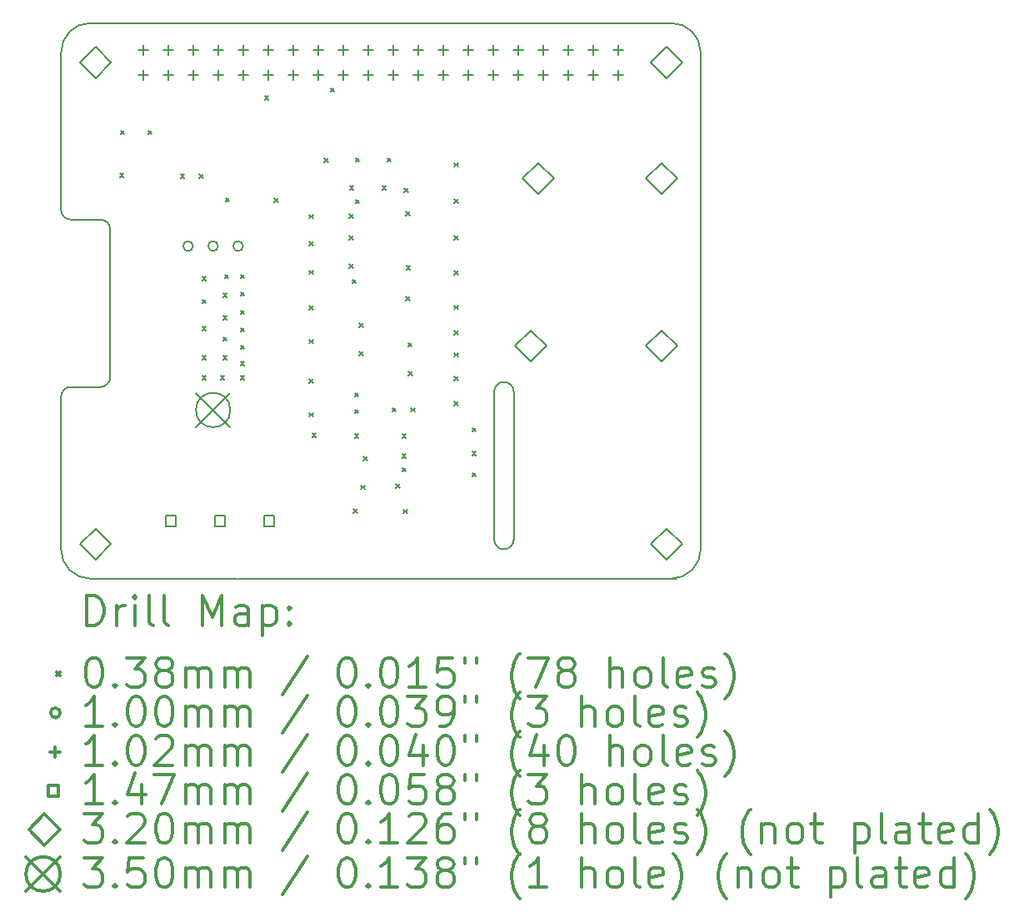
<source format=gbr>
%FSLAX45Y45*%
G04 Gerber Fmt 4.5, Leading zero omitted, Abs format (unit mm)*
G04 Created by KiCad (PCBNEW 4.0.7-e2-6376~61~ubuntu18.04.1) date Tue Nov  6 15:25:43 2018*
%MOMM*%
%LPD*%
G01*
G04 APERTURE LIST*
%ADD10C,0.127000*%
%ADD11C,0.150000*%
%ADD12C,0.200000*%
%ADD13C,0.300000*%
G04 APERTURE END LIST*
D10*
D11*
X3450000Y-7750000D02*
X4690000Y-7750000D01*
X3400000Y-7750000D02*
X3450000Y-7750000D01*
X4700800Y-7750000D02*
X9150800Y-7750000D01*
X3200000Y-7750000D02*
X3400000Y-7750000D01*
X7500000Y-5850000D02*
G75*
G03X7400000Y-5750000I-100000J0D01*
G01*
X7400000Y-5750000D02*
G75*
G03X7300000Y-5850000I0J-100000D01*
G01*
X7500000Y-7350000D02*
X7500000Y-5850000D01*
X7400000Y-7450000D02*
G75*
G03X7500000Y-7350000I0J100000D01*
G01*
X7300000Y-7350000D02*
G75*
G03X7400000Y-7450000I100000J0D01*
G01*
X7300000Y-7350000D02*
X7300000Y-5850000D01*
X2900000Y-4000000D02*
X2900000Y-2400000D01*
X2900000Y-4000000D02*
G75*
G03X3000000Y-4100000I100000J0D01*
G01*
X3300000Y-4100000D02*
X3000000Y-4100000D01*
X3400000Y-4200000D02*
G75*
G03X3300000Y-4100000I-100000J0D01*
G01*
X3400000Y-5700000D02*
X3400000Y-4200000D01*
X3300000Y-5800000D02*
G75*
G03X3400000Y-5700000I0J100000D01*
G01*
X3000000Y-5800000D02*
X3300000Y-5800000D01*
X3000000Y-5800000D02*
G75*
G03X2900000Y-5900000I0J-100000D01*
G01*
X2900000Y-7450000D02*
X2900000Y-5900000D01*
X2900000Y-7450000D02*
G75*
G03X3200000Y-7750000I300000J0D01*
G01*
X9100000Y-7750000D02*
G75*
G03X9400000Y-7450000I0J300000D01*
G01*
X9400000Y-2400000D02*
X9400000Y-7450000D01*
X9400000Y-2400000D02*
G75*
G03X9100000Y-2100000I-300000J0D01*
G01*
X9000000Y-2100000D02*
X9100000Y-2100000D01*
X3200000Y-2100000D02*
G75*
G03X2900000Y-2400000I0J-300000D01*
G01*
X3200000Y-2100000D02*
X9000000Y-2100000D01*
D12*
X3498850Y-3632200D02*
X3536950Y-3670300D01*
X3536950Y-3632200D02*
X3498850Y-3670300D01*
X3505200Y-3194050D02*
X3543300Y-3232150D01*
X3543300Y-3194050D02*
X3505200Y-3232150D01*
X3784600Y-3194050D02*
X3822700Y-3232150D01*
X3822700Y-3194050D02*
X3784600Y-3232150D01*
X4114800Y-3638550D02*
X4152900Y-3676650D01*
X4152900Y-3638550D02*
X4114800Y-3676650D01*
X4305300Y-3638550D02*
X4343400Y-3676650D01*
X4343400Y-3638550D02*
X4305300Y-3676650D01*
X4337050Y-4679950D02*
X4375150Y-4718050D01*
X4375150Y-4679950D02*
X4337050Y-4718050D01*
X4337050Y-4914900D02*
X4375150Y-4953000D01*
X4375150Y-4914900D02*
X4337050Y-4953000D01*
X4337050Y-5187950D02*
X4375150Y-5226050D01*
X4375150Y-5187950D02*
X4337050Y-5226050D01*
X4337050Y-5486400D02*
X4375150Y-5524500D01*
X4375150Y-5486400D02*
X4337050Y-5524500D01*
X4337050Y-5689600D02*
X4375150Y-5727700D01*
X4375150Y-5689600D02*
X4337050Y-5727700D01*
X4521200Y-5689600D02*
X4559300Y-5727700D01*
X4559300Y-5689600D02*
X4521200Y-5727700D01*
X4546600Y-4851400D02*
X4584700Y-4889500D01*
X4584700Y-4851400D02*
X4546600Y-4889500D01*
X4546600Y-5080000D02*
X4584700Y-5118100D01*
X4584700Y-5080000D02*
X4546600Y-5118100D01*
X4546600Y-5295900D02*
X4584700Y-5334000D01*
X4584700Y-5295900D02*
X4546600Y-5334000D01*
X4546600Y-5486400D02*
X4584700Y-5524500D01*
X4584700Y-5486400D02*
X4546600Y-5524500D01*
X4565650Y-4660900D02*
X4603750Y-4699000D01*
X4603750Y-4660900D02*
X4565650Y-4699000D01*
X4572000Y-3879850D02*
X4610100Y-3917950D01*
X4610100Y-3879850D02*
X4572000Y-3917950D01*
X4724400Y-4660900D02*
X4762500Y-4699000D01*
X4762500Y-4660900D02*
X4724400Y-4699000D01*
X4724400Y-4838700D02*
X4762500Y-4876800D01*
X4762500Y-4838700D02*
X4724400Y-4876800D01*
X4724400Y-5022850D02*
X4762500Y-5060950D01*
X4762500Y-5022850D02*
X4724400Y-5060950D01*
X4724400Y-5200650D02*
X4762500Y-5238750D01*
X4762500Y-5200650D02*
X4724400Y-5238750D01*
X4724400Y-5378450D02*
X4762500Y-5416550D01*
X4762500Y-5378450D02*
X4724400Y-5416550D01*
X4724400Y-5543550D02*
X4762500Y-5581650D01*
X4762500Y-5543550D02*
X4724400Y-5581650D01*
X4724400Y-5689600D02*
X4762500Y-5727700D01*
X4762500Y-5689600D02*
X4724400Y-5727700D01*
X4968250Y-2842250D02*
X5006350Y-2880350D01*
X5006350Y-2842250D02*
X4968250Y-2880350D01*
X5067300Y-3886200D02*
X5105400Y-3924300D01*
X5105400Y-3886200D02*
X5067300Y-3924300D01*
X5422900Y-4051300D02*
X5461000Y-4089400D01*
X5461000Y-4051300D02*
X5422900Y-4089400D01*
X5422900Y-4324350D02*
X5461000Y-4362450D01*
X5461000Y-4324350D02*
X5422900Y-4362450D01*
X5422900Y-4616450D02*
X5461000Y-4654550D01*
X5461000Y-4616450D02*
X5422900Y-4654550D01*
X5422900Y-4978400D02*
X5461000Y-5016500D01*
X5461000Y-4978400D02*
X5422900Y-5016500D01*
X5422900Y-5321300D02*
X5461000Y-5359400D01*
X5461000Y-5321300D02*
X5422900Y-5359400D01*
X5422900Y-5721350D02*
X5461000Y-5759450D01*
X5461000Y-5721350D02*
X5422900Y-5759450D01*
X5422900Y-6064250D02*
X5461000Y-6102350D01*
X5461000Y-6064250D02*
X5422900Y-6102350D01*
X5454650Y-6273800D02*
X5492750Y-6311900D01*
X5492750Y-6273800D02*
X5454650Y-6311900D01*
X5575300Y-3479800D02*
X5613400Y-3517900D01*
X5613400Y-3479800D02*
X5575300Y-3517900D01*
X5638800Y-2762250D02*
X5676900Y-2800350D01*
X5676900Y-2762250D02*
X5638800Y-2800350D01*
X5829300Y-4044950D02*
X5867400Y-4083050D01*
X5867400Y-4044950D02*
X5829300Y-4083050D01*
X5829300Y-4267200D02*
X5867400Y-4305300D01*
X5867400Y-4267200D02*
X5829300Y-4305300D01*
X5829300Y-4552950D02*
X5867400Y-4591050D01*
X5867400Y-4552950D02*
X5829300Y-4591050D01*
X5835650Y-3759200D02*
X5873750Y-3797300D01*
X5873750Y-3759200D02*
X5835650Y-3797300D01*
X5861050Y-4711700D02*
X5899150Y-4749800D01*
X5899150Y-4711700D02*
X5861050Y-4749800D01*
X5873750Y-7042150D02*
X5911850Y-7080250D01*
X5911850Y-7042150D02*
X5873750Y-7080250D01*
X5886450Y-5861050D02*
X5924550Y-5899150D01*
X5924550Y-5861050D02*
X5886450Y-5899150D01*
X5886450Y-6032500D02*
X5924550Y-6070600D01*
X5924550Y-6032500D02*
X5886450Y-6070600D01*
X5886450Y-6280150D02*
X5924550Y-6318250D01*
X5924550Y-6280150D02*
X5886450Y-6318250D01*
X5892800Y-3473450D02*
X5930900Y-3511550D01*
X5930900Y-3473450D02*
X5892800Y-3511550D01*
X5892800Y-3898900D02*
X5930900Y-3937000D01*
X5930900Y-3898900D02*
X5892800Y-3937000D01*
X5930900Y-5441950D02*
X5969000Y-5480050D01*
X5969000Y-5441950D02*
X5930900Y-5480050D01*
X5932550Y-5156200D02*
X5970650Y-5194300D01*
X5970650Y-5156200D02*
X5932550Y-5194300D01*
X5949950Y-6800850D02*
X5988050Y-6838950D01*
X5988050Y-6800850D02*
X5949950Y-6838950D01*
X5975350Y-6508750D02*
X6013450Y-6546850D01*
X6013450Y-6508750D02*
X5975350Y-6546850D01*
X6165850Y-3759200D02*
X6203950Y-3797300D01*
X6203950Y-3759200D02*
X6165850Y-3797300D01*
X6216650Y-3473450D02*
X6254750Y-3511550D01*
X6254750Y-3473450D02*
X6216650Y-3511550D01*
X6267450Y-6013450D02*
X6305550Y-6051550D01*
X6305550Y-6013450D02*
X6267450Y-6051550D01*
X6305550Y-6788150D02*
X6343650Y-6826250D01*
X6343650Y-6788150D02*
X6305550Y-6826250D01*
X6369050Y-6280150D02*
X6407150Y-6318250D01*
X6407150Y-6280150D02*
X6369050Y-6318250D01*
X6369050Y-6483350D02*
X6407150Y-6521450D01*
X6407150Y-6483350D02*
X6369050Y-6521450D01*
X6369050Y-6623050D02*
X6407150Y-6661150D01*
X6407150Y-6623050D02*
X6369050Y-6661150D01*
X6381750Y-7047950D02*
X6419850Y-7086050D01*
X6419850Y-7047950D02*
X6381750Y-7086050D01*
X6388100Y-3784600D02*
X6426200Y-3822700D01*
X6426200Y-3784600D02*
X6388100Y-3822700D01*
X6407150Y-4019550D02*
X6445250Y-4057650D01*
X6445250Y-4019550D02*
X6407150Y-4057650D01*
X6407150Y-4883150D02*
X6445250Y-4921250D01*
X6445250Y-4883150D02*
X6407150Y-4921250D01*
X6409150Y-4572000D02*
X6447250Y-4610100D01*
X6447250Y-4572000D02*
X6409150Y-4610100D01*
X6426200Y-5353050D02*
X6464300Y-5391150D01*
X6464300Y-5353050D02*
X6426200Y-5391150D01*
X6432550Y-5645150D02*
X6470650Y-5683250D01*
X6470650Y-5645150D02*
X6432550Y-5683250D01*
X6457950Y-6013450D02*
X6496050Y-6051550D01*
X6496050Y-6013450D02*
X6457950Y-6051550D01*
X6896100Y-3524250D02*
X6934200Y-3562350D01*
X6934200Y-3524250D02*
X6896100Y-3562350D01*
X6896100Y-3892550D02*
X6934200Y-3930650D01*
X6934200Y-3892550D02*
X6896100Y-3930650D01*
X6896100Y-4267200D02*
X6934200Y-4305300D01*
X6934200Y-4267200D02*
X6896100Y-4305300D01*
X6896100Y-4622800D02*
X6934200Y-4660900D01*
X6934200Y-4622800D02*
X6896100Y-4660900D01*
X6896100Y-4972050D02*
X6934200Y-5010150D01*
X6934200Y-4972050D02*
X6896100Y-5010150D01*
X6896100Y-5232400D02*
X6934200Y-5270500D01*
X6934200Y-5232400D02*
X6896100Y-5270500D01*
X6896100Y-5454650D02*
X6934200Y-5492750D01*
X6934200Y-5454650D02*
X6896100Y-5492750D01*
X6896100Y-5695950D02*
X6934200Y-5734050D01*
X6934200Y-5695950D02*
X6896100Y-5734050D01*
X6896100Y-5949950D02*
X6934200Y-5988050D01*
X6934200Y-5949950D02*
X6896100Y-5988050D01*
X7080250Y-6216650D02*
X7118350Y-6254750D01*
X7118350Y-6216650D02*
X7080250Y-6254750D01*
X7080250Y-6457950D02*
X7118350Y-6496050D01*
X7118350Y-6457950D02*
X7080250Y-6496050D01*
X7080250Y-6673850D02*
X7118350Y-6711950D01*
X7118350Y-6673850D02*
X7080250Y-6711950D01*
X4241000Y-4368800D02*
G75*
G03X4241000Y-4368800I-50000J0D01*
G01*
X4495000Y-4368800D02*
G75*
G03X4495000Y-4368800I-50000J0D01*
G01*
X4749000Y-4368800D02*
G75*
G03X4749000Y-4368800I-50000J0D01*
G01*
X3737000Y-2322200D02*
X3737000Y-2423800D01*
X3686200Y-2373000D02*
X3787800Y-2373000D01*
X3737000Y-2576200D02*
X3737000Y-2677800D01*
X3686200Y-2627000D02*
X3787800Y-2627000D01*
X3991000Y-2322200D02*
X3991000Y-2423800D01*
X3940200Y-2373000D02*
X4041800Y-2373000D01*
X3991000Y-2576200D02*
X3991000Y-2677800D01*
X3940200Y-2627000D02*
X4041800Y-2627000D01*
X4245000Y-2322200D02*
X4245000Y-2423800D01*
X4194200Y-2373000D02*
X4295800Y-2373000D01*
X4245000Y-2576200D02*
X4245000Y-2677800D01*
X4194200Y-2627000D02*
X4295800Y-2627000D01*
X4499000Y-2322200D02*
X4499000Y-2423800D01*
X4448200Y-2373000D02*
X4549800Y-2373000D01*
X4499000Y-2576200D02*
X4499000Y-2677800D01*
X4448200Y-2627000D02*
X4549800Y-2627000D01*
X4753000Y-2322200D02*
X4753000Y-2423800D01*
X4702200Y-2373000D02*
X4803800Y-2373000D01*
X4753000Y-2576200D02*
X4753000Y-2677800D01*
X4702200Y-2627000D02*
X4803800Y-2627000D01*
X5007000Y-2322200D02*
X5007000Y-2423800D01*
X4956200Y-2373000D02*
X5057800Y-2373000D01*
X5007000Y-2576200D02*
X5007000Y-2677800D01*
X4956200Y-2627000D02*
X5057800Y-2627000D01*
X5261000Y-2322200D02*
X5261000Y-2423800D01*
X5210200Y-2373000D02*
X5311800Y-2373000D01*
X5261000Y-2576200D02*
X5261000Y-2677800D01*
X5210200Y-2627000D02*
X5311800Y-2627000D01*
X5515000Y-2322200D02*
X5515000Y-2423800D01*
X5464200Y-2373000D02*
X5565800Y-2373000D01*
X5515000Y-2576200D02*
X5515000Y-2677800D01*
X5464200Y-2627000D02*
X5565800Y-2627000D01*
X5769000Y-2322200D02*
X5769000Y-2423800D01*
X5718200Y-2373000D02*
X5819800Y-2373000D01*
X5769000Y-2576200D02*
X5769000Y-2677800D01*
X5718200Y-2627000D02*
X5819800Y-2627000D01*
X6023000Y-2322200D02*
X6023000Y-2423800D01*
X5972200Y-2373000D02*
X6073800Y-2373000D01*
X6023000Y-2576200D02*
X6023000Y-2677800D01*
X5972200Y-2627000D02*
X6073800Y-2627000D01*
X6277000Y-2322200D02*
X6277000Y-2423800D01*
X6226200Y-2373000D02*
X6327800Y-2373000D01*
X6277000Y-2576200D02*
X6277000Y-2677800D01*
X6226200Y-2627000D02*
X6327800Y-2627000D01*
X6531000Y-2322200D02*
X6531000Y-2423800D01*
X6480200Y-2373000D02*
X6581800Y-2373000D01*
X6531000Y-2576200D02*
X6531000Y-2677800D01*
X6480200Y-2627000D02*
X6581800Y-2627000D01*
X6785000Y-2322200D02*
X6785000Y-2423800D01*
X6734200Y-2373000D02*
X6835800Y-2373000D01*
X6785000Y-2576200D02*
X6785000Y-2677800D01*
X6734200Y-2627000D02*
X6835800Y-2627000D01*
X7039000Y-2322200D02*
X7039000Y-2423800D01*
X6988200Y-2373000D02*
X7089800Y-2373000D01*
X7039000Y-2576200D02*
X7039000Y-2677800D01*
X6988200Y-2627000D02*
X7089800Y-2627000D01*
X7293000Y-2322200D02*
X7293000Y-2423800D01*
X7242200Y-2373000D02*
X7343800Y-2373000D01*
X7293000Y-2576200D02*
X7293000Y-2677800D01*
X7242200Y-2627000D02*
X7343800Y-2627000D01*
X7547000Y-2322200D02*
X7547000Y-2423800D01*
X7496200Y-2373000D02*
X7597800Y-2373000D01*
X7547000Y-2576200D02*
X7547000Y-2677800D01*
X7496200Y-2627000D02*
X7597800Y-2627000D01*
X7801000Y-2322200D02*
X7801000Y-2423800D01*
X7750200Y-2373000D02*
X7851800Y-2373000D01*
X7801000Y-2576200D02*
X7801000Y-2677800D01*
X7750200Y-2627000D02*
X7851800Y-2627000D01*
X8055000Y-2322200D02*
X8055000Y-2423800D01*
X8004200Y-2373000D02*
X8105800Y-2373000D01*
X8055000Y-2576200D02*
X8055000Y-2677800D01*
X8004200Y-2627000D02*
X8105800Y-2627000D01*
X8309000Y-2322200D02*
X8309000Y-2423800D01*
X8258200Y-2373000D02*
X8359800Y-2373000D01*
X8309000Y-2576200D02*
X8309000Y-2677800D01*
X8258200Y-2627000D02*
X8359800Y-2627000D01*
X8563000Y-2322200D02*
X8563000Y-2423800D01*
X8512200Y-2373000D02*
X8613800Y-2373000D01*
X8563000Y-2576200D02*
X8563000Y-2677800D01*
X8512200Y-2627000D02*
X8613800Y-2627000D01*
X4065173Y-7214773D02*
X4065173Y-7110827D01*
X3961227Y-7110827D01*
X3961227Y-7214773D01*
X4065173Y-7214773D01*
X4565173Y-7214773D02*
X4565173Y-7110827D01*
X4461227Y-7110827D01*
X4461227Y-7214773D01*
X4565173Y-7214773D01*
X5065173Y-7214773D02*
X5065173Y-7110827D01*
X4961227Y-7110827D01*
X4961227Y-7214773D01*
X5065173Y-7214773D01*
X3250000Y-2660000D02*
X3410000Y-2500000D01*
X3250000Y-2340000D01*
X3090000Y-2500000D01*
X3250000Y-2660000D01*
X3250000Y-7560000D02*
X3410000Y-7400000D01*
X3250000Y-7240000D01*
X3090000Y-7400000D01*
X3250000Y-7560000D01*
X7670800Y-5544800D02*
X7830800Y-5384800D01*
X7670800Y-5224800D01*
X7510800Y-5384800D01*
X7670800Y-5544800D01*
X7747000Y-3843000D02*
X7907000Y-3683000D01*
X7747000Y-3523000D01*
X7587000Y-3683000D01*
X7747000Y-3843000D01*
X9004300Y-3843000D02*
X9164300Y-3683000D01*
X9004300Y-3523000D01*
X8844300Y-3683000D01*
X9004300Y-3843000D01*
X9004300Y-5544800D02*
X9164300Y-5384800D01*
X9004300Y-5224800D01*
X8844300Y-5384800D01*
X9004300Y-5544800D01*
X9050000Y-2660000D02*
X9210000Y-2500000D01*
X9050000Y-2340000D01*
X8890000Y-2500000D01*
X9050000Y-2660000D01*
X9050000Y-7560000D02*
X9210000Y-7400000D01*
X9050000Y-7240000D01*
X8890000Y-7400000D01*
X9050000Y-7560000D01*
X4270000Y-5859800D02*
X4620000Y-6209800D01*
X4620000Y-5859800D02*
X4270000Y-6209800D01*
X4620000Y-6034800D02*
G75*
G03X4620000Y-6034800I-175000J0D01*
G01*
D13*
X3163928Y-8223214D02*
X3163928Y-7923214D01*
X3235357Y-7923214D01*
X3278214Y-7937500D01*
X3306786Y-7966071D01*
X3321071Y-7994643D01*
X3335357Y-8051786D01*
X3335357Y-8094643D01*
X3321071Y-8151786D01*
X3306786Y-8180357D01*
X3278214Y-8208929D01*
X3235357Y-8223214D01*
X3163928Y-8223214D01*
X3463928Y-8223214D02*
X3463928Y-8023214D01*
X3463928Y-8080357D02*
X3478214Y-8051786D01*
X3492500Y-8037500D01*
X3521071Y-8023214D01*
X3549643Y-8023214D01*
X3649643Y-8223214D02*
X3649643Y-8023214D01*
X3649643Y-7923214D02*
X3635357Y-7937500D01*
X3649643Y-7951786D01*
X3663928Y-7937500D01*
X3649643Y-7923214D01*
X3649643Y-7951786D01*
X3835357Y-8223214D02*
X3806786Y-8208929D01*
X3792500Y-8180357D01*
X3792500Y-7923214D01*
X3992500Y-8223214D02*
X3963928Y-8208929D01*
X3949643Y-8180357D01*
X3949643Y-7923214D01*
X4335357Y-8223214D02*
X4335357Y-7923214D01*
X4435357Y-8137500D01*
X4535357Y-7923214D01*
X4535357Y-8223214D01*
X4806786Y-8223214D02*
X4806786Y-8066071D01*
X4792500Y-8037500D01*
X4763929Y-8023214D01*
X4706786Y-8023214D01*
X4678214Y-8037500D01*
X4806786Y-8208929D02*
X4778214Y-8223214D01*
X4706786Y-8223214D01*
X4678214Y-8208929D01*
X4663929Y-8180357D01*
X4663929Y-8151786D01*
X4678214Y-8123214D01*
X4706786Y-8108929D01*
X4778214Y-8108929D01*
X4806786Y-8094643D01*
X4949643Y-8023214D02*
X4949643Y-8323214D01*
X4949643Y-8037500D02*
X4978214Y-8023214D01*
X5035357Y-8023214D01*
X5063929Y-8037500D01*
X5078214Y-8051786D01*
X5092500Y-8080357D01*
X5092500Y-8166071D01*
X5078214Y-8194643D01*
X5063929Y-8208929D01*
X5035357Y-8223214D01*
X4978214Y-8223214D01*
X4949643Y-8208929D01*
X5221071Y-8194643D02*
X5235357Y-8208929D01*
X5221071Y-8223214D01*
X5206786Y-8208929D01*
X5221071Y-8194643D01*
X5221071Y-8223214D01*
X5221071Y-8037500D02*
X5235357Y-8051786D01*
X5221071Y-8066071D01*
X5206786Y-8051786D01*
X5221071Y-8037500D01*
X5221071Y-8066071D01*
X2854400Y-8698450D02*
X2892500Y-8736550D01*
X2892500Y-8698450D02*
X2854400Y-8736550D01*
X3221071Y-8553214D02*
X3249643Y-8553214D01*
X3278214Y-8567500D01*
X3292500Y-8581786D01*
X3306786Y-8610357D01*
X3321071Y-8667500D01*
X3321071Y-8738929D01*
X3306786Y-8796072D01*
X3292500Y-8824643D01*
X3278214Y-8838929D01*
X3249643Y-8853214D01*
X3221071Y-8853214D01*
X3192500Y-8838929D01*
X3178214Y-8824643D01*
X3163928Y-8796072D01*
X3149643Y-8738929D01*
X3149643Y-8667500D01*
X3163928Y-8610357D01*
X3178214Y-8581786D01*
X3192500Y-8567500D01*
X3221071Y-8553214D01*
X3449643Y-8824643D02*
X3463928Y-8838929D01*
X3449643Y-8853214D01*
X3435357Y-8838929D01*
X3449643Y-8824643D01*
X3449643Y-8853214D01*
X3563928Y-8553214D02*
X3749643Y-8553214D01*
X3649643Y-8667500D01*
X3692500Y-8667500D01*
X3721071Y-8681786D01*
X3735357Y-8696072D01*
X3749643Y-8724643D01*
X3749643Y-8796072D01*
X3735357Y-8824643D01*
X3721071Y-8838929D01*
X3692500Y-8853214D01*
X3606786Y-8853214D01*
X3578214Y-8838929D01*
X3563928Y-8824643D01*
X3921071Y-8681786D02*
X3892500Y-8667500D01*
X3878214Y-8653214D01*
X3863928Y-8624643D01*
X3863928Y-8610357D01*
X3878214Y-8581786D01*
X3892500Y-8567500D01*
X3921071Y-8553214D01*
X3978214Y-8553214D01*
X4006786Y-8567500D01*
X4021071Y-8581786D01*
X4035357Y-8610357D01*
X4035357Y-8624643D01*
X4021071Y-8653214D01*
X4006786Y-8667500D01*
X3978214Y-8681786D01*
X3921071Y-8681786D01*
X3892500Y-8696072D01*
X3878214Y-8710357D01*
X3863928Y-8738929D01*
X3863928Y-8796072D01*
X3878214Y-8824643D01*
X3892500Y-8838929D01*
X3921071Y-8853214D01*
X3978214Y-8853214D01*
X4006786Y-8838929D01*
X4021071Y-8824643D01*
X4035357Y-8796072D01*
X4035357Y-8738929D01*
X4021071Y-8710357D01*
X4006786Y-8696072D01*
X3978214Y-8681786D01*
X4163928Y-8853214D02*
X4163928Y-8653214D01*
X4163928Y-8681786D02*
X4178214Y-8667500D01*
X4206786Y-8653214D01*
X4249643Y-8653214D01*
X4278214Y-8667500D01*
X4292500Y-8696072D01*
X4292500Y-8853214D01*
X4292500Y-8696072D02*
X4306786Y-8667500D01*
X4335357Y-8653214D01*
X4378214Y-8653214D01*
X4406786Y-8667500D01*
X4421071Y-8696072D01*
X4421071Y-8853214D01*
X4563929Y-8853214D02*
X4563929Y-8653214D01*
X4563929Y-8681786D02*
X4578214Y-8667500D01*
X4606786Y-8653214D01*
X4649643Y-8653214D01*
X4678214Y-8667500D01*
X4692500Y-8696072D01*
X4692500Y-8853214D01*
X4692500Y-8696072D02*
X4706786Y-8667500D01*
X4735357Y-8653214D01*
X4778214Y-8653214D01*
X4806786Y-8667500D01*
X4821071Y-8696072D01*
X4821071Y-8853214D01*
X5406786Y-8538929D02*
X5149643Y-8924643D01*
X5792500Y-8553214D02*
X5821071Y-8553214D01*
X5849643Y-8567500D01*
X5863928Y-8581786D01*
X5878214Y-8610357D01*
X5892500Y-8667500D01*
X5892500Y-8738929D01*
X5878214Y-8796072D01*
X5863928Y-8824643D01*
X5849643Y-8838929D01*
X5821071Y-8853214D01*
X5792500Y-8853214D01*
X5763928Y-8838929D01*
X5749643Y-8824643D01*
X5735357Y-8796072D01*
X5721071Y-8738929D01*
X5721071Y-8667500D01*
X5735357Y-8610357D01*
X5749643Y-8581786D01*
X5763928Y-8567500D01*
X5792500Y-8553214D01*
X6021071Y-8824643D02*
X6035357Y-8838929D01*
X6021071Y-8853214D01*
X6006786Y-8838929D01*
X6021071Y-8824643D01*
X6021071Y-8853214D01*
X6221071Y-8553214D02*
X6249643Y-8553214D01*
X6278214Y-8567500D01*
X6292500Y-8581786D01*
X6306785Y-8610357D01*
X6321071Y-8667500D01*
X6321071Y-8738929D01*
X6306785Y-8796072D01*
X6292500Y-8824643D01*
X6278214Y-8838929D01*
X6249643Y-8853214D01*
X6221071Y-8853214D01*
X6192500Y-8838929D01*
X6178214Y-8824643D01*
X6163928Y-8796072D01*
X6149643Y-8738929D01*
X6149643Y-8667500D01*
X6163928Y-8610357D01*
X6178214Y-8581786D01*
X6192500Y-8567500D01*
X6221071Y-8553214D01*
X6606785Y-8853214D02*
X6435357Y-8853214D01*
X6521071Y-8853214D02*
X6521071Y-8553214D01*
X6492500Y-8596072D01*
X6463928Y-8624643D01*
X6435357Y-8638929D01*
X6878214Y-8553214D02*
X6735357Y-8553214D01*
X6721071Y-8696072D01*
X6735357Y-8681786D01*
X6763928Y-8667500D01*
X6835357Y-8667500D01*
X6863928Y-8681786D01*
X6878214Y-8696072D01*
X6892500Y-8724643D01*
X6892500Y-8796072D01*
X6878214Y-8824643D01*
X6863928Y-8838929D01*
X6835357Y-8853214D01*
X6763928Y-8853214D01*
X6735357Y-8838929D01*
X6721071Y-8824643D01*
X7006786Y-8553214D02*
X7006786Y-8610357D01*
X7121071Y-8553214D02*
X7121071Y-8610357D01*
X7563928Y-8967500D02*
X7549643Y-8953214D01*
X7521071Y-8910357D01*
X7506785Y-8881786D01*
X7492500Y-8838929D01*
X7478214Y-8767500D01*
X7478214Y-8710357D01*
X7492500Y-8638929D01*
X7506785Y-8596072D01*
X7521071Y-8567500D01*
X7549643Y-8524643D01*
X7563928Y-8510357D01*
X7649643Y-8553214D02*
X7849643Y-8553214D01*
X7721071Y-8853214D01*
X8006785Y-8681786D02*
X7978214Y-8667500D01*
X7963928Y-8653214D01*
X7949643Y-8624643D01*
X7949643Y-8610357D01*
X7963928Y-8581786D01*
X7978214Y-8567500D01*
X8006785Y-8553214D01*
X8063928Y-8553214D01*
X8092500Y-8567500D01*
X8106785Y-8581786D01*
X8121071Y-8610357D01*
X8121071Y-8624643D01*
X8106785Y-8653214D01*
X8092500Y-8667500D01*
X8063928Y-8681786D01*
X8006785Y-8681786D01*
X7978214Y-8696072D01*
X7963928Y-8710357D01*
X7949643Y-8738929D01*
X7949643Y-8796072D01*
X7963928Y-8824643D01*
X7978214Y-8838929D01*
X8006785Y-8853214D01*
X8063928Y-8853214D01*
X8092500Y-8838929D01*
X8106785Y-8824643D01*
X8121071Y-8796072D01*
X8121071Y-8738929D01*
X8106785Y-8710357D01*
X8092500Y-8696072D01*
X8063928Y-8681786D01*
X8478214Y-8853214D02*
X8478214Y-8553214D01*
X8606786Y-8853214D02*
X8606786Y-8696072D01*
X8592500Y-8667500D01*
X8563928Y-8653214D01*
X8521071Y-8653214D01*
X8492500Y-8667500D01*
X8478214Y-8681786D01*
X8792500Y-8853214D02*
X8763928Y-8838929D01*
X8749643Y-8824643D01*
X8735357Y-8796072D01*
X8735357Y-8710357D01*
X8749643Y-8681786D01*
X8763928Y-8667500D01*
X8792500Y-8653214D01*
X8835357Y-8653214D01*
X8863928Y-8667500D01*
X8878214Y-8681786D01*
X8892500Y-8710357D01*
X8892500Y-8796072D01*
X8878214Y-8824643D01*
X8863928Y-8838929D01*
X8835357Y-8853214D01*
X8792500Y-8853214D01*
X9063928Y-8853214D02*
X9035357Y-8838929D01*
X9021071Y-8810357D01*
X9021071Y-8553214D01*
X9292500Y-8838929D02*
X9263929Y-8853214D01*
X9206786Y-8853214D01*
X9178214Y-8838929D01*
X9163929Y-8810357D01*
X9163929Y-8696072D01*
X9178214Y-8667500D01*
X9206786Y-8653214D01*
X9263929Y-8653214D01*
X9292500Y-8667500D01*
X9306786Y-8696072D01*
X9306786Y-8724643D01*
X9163929Y-8753214D01*
X9421071Y-8838929D02*
X9449643Y-8853214D01*
X9506786Y-8853214D01*
X9535357Y-8838929D01*
X9549643Y-8810357D01*
X9549643Y-8796072D01*
X9535357Y-8767500D01*
X9506786Y-8753214D01*
X9463929Y-8753214D01*
X9435357Y-8738929D01*
X9421071Y-8710357D01*
X9421071Y-8696072D01*
X9435357Y-8667500D01*
X9463929Y-8653214D01*
X9506786Y-8653214D01*
X9535357Y-8667500D01*
X9649643Y-8967500D02*
X9663929Y-8953214D01*
X9692500Y-8910357D01*
X9706786Y-8881786D01*
X9721071Y-8838929D01*
X9735357Y-8767500D01*
X9735357Y-8710357D01*
X9721071Y-8638929D01*
X9706786Y-8596072D01*
X9692500Y-8567500D01*
X9663929Y-8524643D01*
X9649643Y-8510357D01*
X2892500Y-9113500D02*
G75*
G03X2892500Y-9113500I-50000J0D01*
G01*
X3321071Y-9249214D02*
X3149643Y-9249214D01*
X3235357Y-9249214D02*
X3235357Y-8949214D01*
X3206786Y-8992072D01*
X3178214Y-9020643D01*
X3149643Y-9034929D01*
X3449643Y-9220643D02*
X3463928Y-9234929D01*
X3449643Y-9249214D01*
X3435357Y-9234929D01*
X3449643Y-9220643D01*
X3449643Y-9249214D01*
X3649643Y-8949214D02*
X3678214Y-8949214D01*
X3706786Y-8963500D01*
X3721071Y-8977786D01*
X3735357Y-9006357D01*
X3749643Y-9063500D01*
X3749643Y-9134929D01*
X3735357Y-9192072D01*
X3721071Y-9220643D01*
X3706786Y-9234929D01*
X3678214Y-9249214D01*
X3649643Y-9249214D01*
X3621071Y-9234929D01*
X3606786Y-9220643D01*
X3592500Y-9192072D01*
X3578214Y-9134929D01*
X3578214Y-9063500D01*
X3592500Y-9006357D01*
X3606786Y-8977786D01*
X3621071Y-8963500D01*
X3649643Y-8949214D01*
X3935357Y-8949214D02*
X3963928Y-8949214D01*
X3992500Y-8963500D01*
X4006786Y-8977786D01*
X4021071Y-9006357D01*
X4035357Y-9063500D01*
X4035357Y-9134929D01*
X4021071Y-9192072D01*
X4006786Y-9220643D01*
X3992500Y-9234929D01*
X3963928Y-9249214D01*
X3935357Y-9249214D01*
X3906786Y-9234929D01*
X3892500Y-9220643D01*
X3878214Y-9192072D01*
X3863928Y-9134929D01*
X3863928Y-9063500D01*
X3878214Y-9006357D01*
X3892500Y-8977786D01*
X3906786Y-8963500D01*
X3935357Y-8949214D01*
X4163928Y-9249214D02*
X4163928Y-9049214D01*
X4163928Y-9077786D02*
X4178214Y-9063500D01*
X4206786Y-9049214D01*
X4249643Y-9049214D01*
X4278214Y-9063500D01*
X4292500Y-9092072D01*
X4292500Y-9249214D01*
X4292500Y-9092072D02*
X4306786Y-9063500D01*
X4335357Y-9049214D01*
X4378214Y-9049214D01*
X4406786Y-9063500D01*
X4421071Y-9092072D01*
X4421071Y-9249214D01*
X4563929Y-9249214D02*
X4563929Y-9049214D01*
X4563929Y-9077786D02*
X4578214Y-9063500D01*
X4606786Y-9049214D01*
X4649643Y-9049214D01*
X4678214Y-9063500D01*
X4692500Y-9092072D01*
X4692500Y-9249214D01*
X4692500Y-9092072D02*
X4706786Y-9063500D01*
X4735357Y-9049214D01*
X4778214Y-9049214D01*
X4806786Y-9063500D01*
X4821071Y-9092072D01*
X4821071Y-9249214D01*
X5406786Y-8934929D02*
X5149643Y-9320643D01*
X5792500Y-8949214D02*
X5821071Y-8949214D01*
X5849643Y-8963500D01*
X5863928Y-8977786D01*
X5878214Y-9006357D01*
X5892500Y-9063500D01*
X5892500Y-9134929D01*
X5878214Y-9192072D01*
X5863928Y-9220643D01*
X5849643Y-9234929D01*
X5821071Y-9249214D01*
X5792500Y-9249214D01*
X5763928Y-9234929D01*
X5749643Y-9220643D01*
X5735357Y-9192072D01*
X5721071Y-9134929D01*
X5721071Y-9063500D01*
X5735357Y-9006357D01*
X5749643Y-8977786D01*
X5763928Y-8963500D01*
X5792500Y-8949214D01*
X6021071Y-9220643D02*
X6035357Y-9234929D01*
X6021071Y-9249214D01*
X6006786Y-9234929D01*
X6021071Y-9220643D01*
X6021071Y-9249214D01*
X6221071Y-8949214D02*
X6249643Y-8949214D01*
X6278214Y-8963500D01*
X6292500Y-8977786D01*
X6306785Y-9006357D01*
X6321071Y-9063500D01*
X6321071Y-9134929D01*
X6306785Y-9192072D01*
X6292500Y-9220643D01*
X6278214Y-9234929D01*
X6249643Y-9249214D01*
X6221071Y-9249214D01*
X6192500Y-9234929D01*
X6178214Y-9220643D01*
X6163928Y-9192072D01*
X6149643Y-9134929D01*
X6149643Y-9063500D01*
X6163928Y-9006357D01*
X6178214Y-8977786D01*
X6192500Y-8963500D01*
X6221071Y-8949214D01*
X6421071Y-8949214D02*
X6606785Y-8949214D01*
X6506785Y-9063500D01*
X6549643Y-9063500D01*
X6578214Y-9077786D01*
X6592500Y-9092072D01*
X6606785Y-9120643D01*
X6606785Y-9192072D01*
X6592500Y-9220643D01*
X6578214Y-9234929D01*
X6549643Y-9249214D01*
X6463928Y-9249214D01*
X6435357Y-9234929D01*
X6421071Y-9220643D01*
X6749643Y-9249214D02*
X6806785Y-9249214D01*
X6835357Y-9234929D01*
X6849643Y-9220643D01*
X6878214Y-9177786D01*
X6892500Y-9120643D01*
X6892500Y-9006357D01*
X6878214Y-8977786D01*
X6863928Y-8963500D01*
X6835357Y-8949214D01*
X6778214Y-8949214D01*
X6749643Y-8963500D01*
X6735357Y-8977786D01*
X6721071Y-9006357D01*
X6721071Y-9077786D01*
X6735357Y-9106357D01*
X6749643Y-9120643D01*
X6778214Y-9134929D01*
X6835357Y-9134929D01*
X6863928Y-9120643D01*
X6878214Y-9106357D01*
X6892500Y-9077786D01*
X7006786Y-8949214D02*
X7006786Y-9006357D01*
X7121071Y-8949214D02*
X7121071Y-9006357D01*
X7563928Y-9363500D02*
X7549643Y-9349214D01*
X7521071Y-9306357D01*
X7506785Y-9277786D01*
X7492500Y-9234929D01*
X7478214Y-9163500D01*
X7478214Y-9106357D01*
X7492500Y-9034929D01*
X7506785Y-8992072D01*
X7521071Y-8963500D01*
X7549643Y-8920643D01*
X7563928Y-8906357D01*
X7649643Y-8949214D02*
X7835357Y-8949214D01*
X7735357Y-9063500D01*
X7778214Y-9063500D01*
X7806785Y-9077786D01*
X7821071Y-9092072D01*
X7835357Y-9120643D01*
X7835357Y-9192072D01*
X7821071Y-9220643D01*
X7806785Y-9234929D01*
X7778214Y-9249214D01*
X7692500Y-9249214D01*
X7663928Y-9234929D01*
X7649643Y-9220643D01*
X8192500Y-9249214D02*
X8192500Y-8949214D01*
X8321071Y-9249214D02*
X8321071Y-9092072D01*
X8306785Y-9063500D01*
X8278214Y-9049214D01*
X8235357Y-9049214D01*
X8206785Y-9063500D01*
X8192500Y-9077786D01*
X8506786Y-9249214D02*
X8478214Y-9234929D01*
X8463928Y-9220643D01*
X8449643Y-9192072D01*
X8449643Y-9106357D01*
X8463928Y-9077786D01*
X8478214Y-9063500D01*
X8506786Y-9049214D01*
X8549643Y-9049214D01*
X8578214Y-9063500D01*
X8592500Y-9077786D01*
X8606786Y-9106357D01*
X8606786Y-9192072D01*
X8592500Y-9220643D01*
X8578214Y-9234929D01*
X8549643Y-9249214D01*
X8506786Y-9249214D01*
X8778214Y-9249214D02*
X8749643Y-9234929D01*
X8735357Y-9206357D01*
X8735357Y-8949214D01*
X9006786Y-9234929D02*
X8978214Y-9249214D01*
X8921071Y-9249214D01*
X8892500Y-9234929D01*
X8878214Y-9206357D01*
X8878214Y-9092072D01*
X8892500Y-9063500D01*
X8921071Y-9049214D01*
X8978214Y-9049214D01*
X9006786Y-9063500D01*
X9021071Y-9092072D01*
X9021071Y-9120643D01*
X8878214Y-9149214D01*
X9135357Y-9234929D02*
X9163929Y-9249214D01*
X9221071Y-9249214D01*
X9249643Y-9234929D01*
X9263929Y-9206357D01*
X9263929Y-9192072D01*
X9249643Y-9163500D01*
X9221071Y-9149214D01*
X9178214Y-9149214D01*
X9149643Y-9134929D01*
X9135357Y-9106357D01*
X9135357Y-9092072D01*
X9149643Y-9063500D01*
X9178214Y-9049214D01*
X9221071Y-9049214D01*
X9249643Y-9063500D01*
X9363928Y-9363500D02*
X9378214Y-9349214D01*
X9406786Y-9306357D01*
X9421071Y-9277786D01*
X9435357Y-9234929D01*
X9449643Y-9163500D01*
X9449643Y-9106357D01*
X9435357Y-9034929D01*
X9421071Y-8992072D01*
X9406786Y-8963500D01*
X9378214Y-8920643D01*
X9363928Y-8906357D01*
X2841700Y-9458700D02*
X2841700Y-9560300D01*
X2790900Y-9509500D02*
X2892500Y-9509500D01*
X3321071Y-9645214D02*
X3149643Y-9645214D01*
X3235357Y-9645214D02*
X3235357Y-9345214D01*
X3206786Y-9388072D01*
X3178214Y-9416643D01*
X3149643Y-9430929D01*
X3449643Y-9616643D02*
X3463928Y-9630929D01*
X3449643Y-9645214D01*
X3435357Y-9630929D01*
X3449643Y-9616643D01*
X3449643Y-9645214D01*
X3649643Y-9345214D02*
X3678214Y-9345214D01*
X3706786Y-9359500D01*
X3721071Y-9373786D01*
X3735357Y-9402357D01*
X3749643Y-9459500D01*
X3749643Y-9530929D01*
X3735357Y-9588072D01*
X3721071Y-9616643D01*
X3706786Y-9630929D01*
X3678214Y-9645214D01*
X3649643Y-9645214D01*
X3621071Y-9630929D01*
X3606786Y-9616643D01*
X3592500Y-9588072D01*
X3578214Y-9530929D01*
X3578214Y-9459500D01*
X3592500Y-9402357D01*
X3606786Y-9373786D01*
X3621071Y-9359500D01*
X3649643Y-9345214D01*
X3863928Y-9373786D02*
X3878214Y-9359500D01*
X3906786Y-9345214D01*
X3978214Y-9345214D01*
X4006786Y-9359500D01*
X4021071Y-9373786D01*
X4035357Y-9402357D01*
X4035357Y-9430929D01*
X4021071Y-9473786D01*
X3849643Y-9645214D01*
X4035357Y-9645214D01*
X4163928Y-9645214D02*
X4163928Y-9445214D01*
X4163928Y-9473786D02*
X4178214Y-9459500D01*
X4206786Y-9445214D01*
X4249643Y-9445214D01*
X4278214Y-9459500D01*
X4292500Y-9488072D01*
X4292500Y-9645214D01*
X4292500Y-9488072D02*
X4306786Y-9459500D01*
X4335357Y-9445214D01*
X4378214Y-9445214D01*
X4406786Y-9459500D01*
X4421071Y-9488072D01*
X4421071Y-9645214D01*
X4563929Y-9645214D02*
X4563929Y-9445214D01*
X4563929Y-9473786D02*
X4578214Y-9459500D01*
X4606786Y-9445214D01*
X4649643Y-9445214D01*
X4678214Y-9459500D01*
X4692500Y-9488072D01*
X4692500Y-9645214D01*
X4692500Y-9488072D02*
X4706786Y-9459500D01*
X4735357Y-9445214D01*
X4778214Y-9445214D01*
X4806786Y-9459500D01*
X4821071Y-9488072D01*
X4821071Y-9645214D01*
X5406786Y-9330929D02*
X5149643Y-9716643D01*
X5792500Y-9345214D02*
X5821071Y-9345214D01*
X5849643Y-9359500D01*
X5863928Y-9373786D01*
X5878214Y-9402357D01*
X5892500Y-9459500D01*
X5892500Y-9530929D01*
X5878214Y-9588072D01*
X5863928Y-9616643D01*
X5849643Y-9630929D01*
X5821071Y-9645214D01*
X5792500Y-9645214D01*
X5763928Y-9630929D01*
X5749643Y-9616643D01*
X5735357Y-9588072D01*
X5721071Y-9530929D01*
X5721071Y-9459500D01*
X5735357Y-9402357D01*
X5749643Y-9373786D01*
X5763928Y-9359500D01*
X5792500Y-9345214D01*
X6021071Y-9616643D02*
X6035357Y-9630929D01*
X6021071Y-9645214D01*
X6006786Y-9630929D01*
X6021071Y-9616643D01*
X6021071Y-9645214D01*
X6221071Y-9345214D02*
X6249643Y-9345214D01*
X6278214Y-9359500D01*
X6292500Y-9373786D01*
X6306785Y-9402357D01*
X6321071Y-9459500D01*
X6321071Y-9530929D01*
X6306785Y-9588072D01*
X6292500Y-9616643D01*
X6278214Y-9630929D01*
X6249643Y-9645214D01*
X6221071Y-9645214D01*
X6192500Y-9630929D01*
X6178214Y-9616643D01*
X6163928Y-9588072D01*
X6149643Y-9530929D01*
X6149643Y-9459500D01*
X6163928Y-9402357D01*
X6178214Y-9373786D01*
X6192500Y-9359500D01*
X6221071Y-9345214D01*
X6578214Y-9445214D02*
X6578214Y-9645214D01*
X6506785Y-9330929D02*
X6435357Y-9545214D01*
X6621071Y-9545214D01*
X6792500Y-9345214D02*
X6821071Y-9345214D01*
X6849643Y-9359500D01*
X6863928Y-9373786D01*
X6878214Y-9402357D01*
X6892500Y-9459500D01*
X6892500Y-9530929D01*
X6878214Y-9588072D01*
X6863928Y-9616643D01*
X6849643Y-9630929D01*
X6821071Y-9645214D01*
X6792500Y-9645214D01*
X6763928Y-9630929D01*
X6749643Y-9616643D01*
X6735357Y-9588072D01*
X6721071Y-9530929D01*
X6721071Y-9459500D01*
X6735357Y-9402357D01*
X6749643Y-9373786D01*
X6763928Y-9359500D01*
X6792500Y-9345214D01*
X7006786Y-9345214D02*
X7006786Y-9402357D01*
X7121071Y-9345214D02*
X7121071Y-9402357D01*
X7563928Y-9759500D02*
X7549643Y-9745214D01*
X7521071Y-9702357D01*
X7506785Y-9673786D01*
X7492500Y-9630929D01*
X7478214Y-9559500D01*
X7478214Y-9502357D01*
X7492500Y-9430929D01*
X7506785Y-9388072D01*
X7521071Y-9359500D01*
X7549643Y-9316643D01*
X7563928Y-9302357D01*
X7806785Y-9445214D02*
X7806785Y-9645214D01*
X7735357Y-9330929D02*
X7663928Y-9545214D01*
X7849643Y-9545214D01*
X8021071Y-9345214D02*
X8049643Y-9345214D01*
X8078214Y-9359500D01*
X8092500Y-9373786D01*
X8106785Y-9402357D01*
X8121071Y-9459500D01*
X8121071Y-9530929D01*
X8106785Y-9588072D01*
X8092500Y-9616643D01*
X8078214Y-9630929D01*
X8049643Y-9645214D01*
X8021071Y-9645214D01*
X7992500Y-9630929D01*
X7978214Y-9616643D01*
X7963928Y-9588072D01*
X7949643Y-9530929D01*
X7949643Y-9459500D01*
X7963928Y-9402357D01*
X7978214Y-9373786D01*
X7992500Y-9359500D01*
X8021071Y-9345214D01*
X8478214Y-9645214D02*
X8478214Y-9345214D01*
X8606786Y-9645214D02*
X8606786Y-9488072D01*
X8592500Y-9459500D01*
X8563928Y-9445214D01*
X8521071Y-9445214D01*
X8492500Y-9459500D01*
X8478214Y-9473786D01*
X8792500Y-9645214D02*
X8763928Y-9630929D01*
X8749643Y-9616643D01*
X8735357Y-9588072D01*
X8735357Y-9502357D01*
X8749643Y-9473786D01*
X8763928Y-9459500D01*
X8792500Y-9445214D01*
X8835357Y-9445214D01*
X8863928Y-9459500D01*
X8878214Y-9473786D01*
X8892500Y-9502357D01*
X8892500Y-9588072D01*
X8878214Y-9616643D01*
X8863928Y-9630929D01*
X8835357Y-9645214D01*
X8792500Y-9645214D01*
X9063928Y-9645214D02*
X9035357Y-9630929D01*
X9021071Y-9602357D01*
X9021071Y-9345214D01*
X9292500Y-9630929D02*
X9263929Y-9645214D01*
X9206786Y-9645214D01*
X9178214Y-9630929D01*
X9163929Y-9602357D01*
X9163929Y-9488072D01*
X9178214Y-9459500D01*
X9206786Y-9445214D01*
X9263929Y-9445214D01*
X9292500Y-9459500D01*
X9306786Y-9488072D01*
X9306786Y-9516643D01*
X9163929Y-9545214D01*
X9421071Y-9630929D02*
X9449643Y-9645214D01*
X9506786Y-9645214D01*
X9535357Y-9630929D01*
X9549643Y-9602357D01*
X9549643Y-9588072D01*
X9535357Y-9559500D01*
X9506786Y-9545214D01*
X9463929Y-9545214D01*
X9435357Y-9530929D01*
X9421071Y-9502357D01*
X9421071Y-9488072D01*
X9435357Y-9459500D01*
X9463929Y-9445214D01*
X9506786Y-9445214D01*
X9535357Y-9459500D01*
X9649643Y-9759500D02*
X9663929Y-9745214D01*
X9692500Y-9702357D01*
X9706786Y-9673786D01*
X9721071Y-9630929D01*
X9735357Y-9559500D01*
X9735357Y-9502357D01*
X9721071Y-9430929D01*
X9706786Y-9388072D01*
X9692500Y-9359500D01*
X9663929Y-9316643D01*
X9649643Y-9302357D01*
X2870973Y-9957473D02*
X2870973Y-9853527D01*
X2767027Y-9853527D01*
X2767027Y-9957473D01*
X2870973Y-9957473D01*
X3321071Y-10041214D02*
X3149643Y-10041214D01*
X3235357Y-10041214D02*
X3235357Y-9741214D01*
X3206786Y-9784072D01*
X3178214Y-9812643D01*
X3149643Y-9826929D01*
X3449643Y-10012643D02*
X3463928Y-10026929D01*
X3449643Y-10041214D01*
X3435357Y-10026929D01*
X3449643Y-10012643D01*
X3449643Y-10041214D01*
X3721071Y-9841214D02*
X3721071Y-10041214D01*
X3649643Y-9726929D02*
X3578214Y-9941214D01*
X3763928Y-9941214D01*
X3849643Y-9741214D02*
X4049643Y-9741214D01*
X3921071Y-10041214D01*
X4163928Y-10041214D02*
X4163928Y-9841214D01*
X4163928Y-9869786D02*
X4178214Y-9855500D01*
X4206786Y-9841214D01*
X4249643Y-9841214D01*
X4278214Y-9855500D01*
X4292500Y-9884072D01*
X4292500Y-10041214D01*
X4292500Y-9884072D02*
X4306786Y-9855500D01*
X4335357Y-9841214D01*
X4378214Y-9841214D01*
X4406786Y-9855500D01*
X4421071Y-9884072D01*
X4421071Y-10041214D01*
X4563929Y-10041214D02*
X4563929Y-9841214D01*
X4563929Y-9869786D02*
X4578214Y-9855500D01*
X4606786Y-9841214D01*
X4649643Y-9841214D01*
X4678214Y-9855500D01*
X4692500Y-9884072D01*
X4692500Y-10041214D01*
X4692500Y-9884072D02*
X4706786Y-9855500D01*
X4735357Y-9841214D01*
X4778214Y-9841214D01*
X4806786Y-9855500D01*
X4821071Y-9884072D01*
X4821071Y-10041214D01*
X5406786Y-9726929D02*
X5149643Y-10112643D01*
X5792500Y-9741214D02*
X5821071Y-9741214D01*
X5849643Y-9755500D01*
X5863928Y-9769786D01*
X5878214Y-9798357D01*
X5892500Y-9855500D01*
X5892500Y-9926929D01*
X5878214Y-9984072D01*
X5863928Y-10012643D01*
X5849643Y-10026929D01*
X5821071Y-10041214D01*
X5792500Y-10041214D01*
X5763928Y-10026929D01*
X5749643Y-10012643D01*
X5735357Y-9984072D01*
X5721071Y-9926929D01*
X5721071Y-9855500D01*
X5735357Y-9798357D01*
X5749643Y-9769786D01*
X5763928Y-9755500D01*
X5792500Y-9741214D01*
X6021071Y-10012643D02*
X6035357Y-10026929D01*
X6021071Y-10041214D01*
X6006786Y-10026929D01*
X6021071Y-10012643D01*
X6021071Y-10041214D01*
X6221071Y-9741214D02*
X6249643Y-9741214D01*
X6278214Y-9755500D01*
X6292500Y-9769786D01*
X6306785Y-9798357D01*
X6321071Y-9855500D01*
X6321071Y-9926929D01*
X6306785Y-9984072D01*
X6292500Y-10012643D01*
X6278214Y-10026929D01*
X6249643Y-10041214D01*
X6221071Y-10041214D01*
X6192500Y-10026929D01*
X6178214Y-10012643D01*
X6163928Y-9984072D01*
X6149643Y-9926929D01*
X6149643Y-9855500D01*
X6163928Y-9798357D01*
X6178214Y-9769786D01*
X6192500Y-9755500D01*
X6221071Y-9741214D01*
X6592500Y-9741214D02*
X6449643Y-9741214D01*
X6435357Y-9884072D01*
X6449643Y-9869786D01*
X6478214Y-9855500D01*
X6549643Y-9855500D01*
X6578214Y-9869786D01*
X6592500Y-9884072D01*
X6606785Y-9912643D01*
X6606785Y-9984072D01*
X6592500Y-10012643D01*
X6578214Y-10026929D01*
X6549643Y-10041214D01*
X6478214Y-10041214D01*
X6449643Y-10026929D01*
X6435357Y-10012643D01*
X6778214Y-9869786D02*
X6749643Y-9855500D01*
X6735357Y-9841214D01*
X6721071Y-9812643D01*
X6721071Y-9798357D01*
X6735357Y-9769786D01*
X6749643Y-9755500D01*
X6778214Y-9741214D01*
X6835357Y-9741214D01*
X6863928Y-9755500D01*
X6878214Y-9769786D01*
X6892500Y-9798357D01*
X6892500Y-9812643D01*
X6878214Y-9841214D01*
X6863928Y-9855500D01*
X6835357Y-9869786D01*
X6778214Y-9869786D01*
X6749643Y-9884072D01*
X6735357Y-9898357D01*
X6721071Y-9926929D01*
X6721071Y-9984072D01*
X6735357Y-10012643D01*
X6749643Y-10026929D01*
X6778214Y-10041214D01*
X6835357Y-10041214D01*
X6863928Y-10026929D01*
X6878214Y-10012643D01*
X6892500Y-9984072D01*
X6892500Y-9926929D01*
X6878214Y-9898357D01*
X6863928Y-9884072D01*
X6835357Y-9869786D01*
X7006786Y-9741214D02*
X7006786Y-9798357D01*
X7121071Y-9741214D02*
X7121071Y-9798357D01*
X7563928Y-10155500D02*
X7549643Y-10141214D01*
X7521071Y-10098357D01*
X7506785Y-10069786D01*
X7492500Y-10026929D01*
X7478214Y-9955500D01*
X7478214Y-9898357D01*
X7492500Y-9826929D01*
X7506785Y-9784072D01*
X7521071Y-9755500D01*
X7549643Y-9712643D01*
X7563928Y-9698357D01*
X7649643Y-9741214D02*
X7835357Y-9741214D01*
X7735357Y-9855500D01*
X7778214Y-9855500D01*
X7806785Y-9869786D01*
X7821071Y-9884072D01*
X7835357Y-9912643D01*
X7835357Y-9984072D01*
X7821071Y-10012643D01*
X7806785Y-10026929D01*
X7778214Y-10041214D01*
X7692500Y-10041214D01*
X7663928Y-10026929D01*
X7649643Y-10012643D01*
X8192500Y-10041214D02*
X8192500Y-9741214D01*
X8321071Y-10041214D02*
X8321071Y-9884072D01*
X8306785Y-9855500D01*
X8278214Y-9841214D01*
X8235357Y-9841214D01*
X8206785Y-9855500D01*
X8192500Y-9869786D01*
X8506786Y-10041214D02*
X8478214Y-10026929D01*
X8463928Y-10012643D01*
X8449643Y-9984072D01*
X8449643Y-9898357D01*
X8463928Y-9869786D01*
X8478214Y-9855500D01*
X8506786Y-9841214D01*
X8549643Y-9841214D01*
X8578214Y-9855500D01*
X8592500Y-9869786D01*
X8606786Y-9898357D01*
X8606786Y-9984072D01*
X8592500Y-10012643D01*
X8578214Y-10026929D01*
X8549643Y-10041214D01*
X8506786Y-10041214D01*
X8778214Y-10041214D02*
X8749643Y-10026929D01*
X8735357Y-9998357D01*
X8735357Y-9741214D01*
X9006786Y-10026929D02*
X8978214Y-10041214D01*
X8921071Y-10041214D01*
X8892500Y-10026929D01*
X8878214Y-9998357D01*
X8878214Y-9884072D01*
X8892500Y-9855500D01*
X8921071Y-9841214D01*
X8978214Y-9841214D01*
X9006786Y-9855500D01*
X9021071Y-9884072D01*
X9021071Y-9912643D01*
X8878214Y-9941214D01*
X9135357Y-10026929D02*
X9163929Y-10041214D01*
X9221071Y-10041214D01*
X9249643Y-10026929D01*
X9263929Y-9998357D01*
X9263929Y-9984072D01*
X9249643Y-9955500D01*
X9221071Y-9941214D01*
X9178214Y-9941214D01*
X9149643Y-9926929D01*
X9135357Y-9898357D01*
X9135357Y-9884072D01*
X9149643Y-9855500D01*
X9178214Y-9841214D01*
X9221071Y-9841214D01*
X9249643Y-9855500D01*
X9363928Y-10155500D02*
X9378214Y-10141214D01*
X9406786Y-10098357D01*
X9421071Y-10069786D01*
X9435357Y-10026929D01*
X9449643Y-9955500D01*
X9449643Y-9898357D01*
X9435357Y-9826929D01*
X9421071Y-9784072D01*
X9406786Y-9755500D01*
X9378214Y-9712643D01*
X9363928Y-9698357D01*
X2732500Y-10461500D02*
X2892500Y-10301500D01*
X2732500Y-10141500D01*
X2572500Y-10301500D01*
X2732500Y-10461500D01*
X3135357Y-10137214D02*
X3321071Y-10137214D01*
X3221071Y-10251500D01*
X3263928Y-10251500D01*
X3292500Y-10265786D01*
X3306786Y-10280072D01*
X3321071Y-10308643D01*
X3321071Y-10380072D01*
X3306786Y-10408643D01*
X3292500Y-10422929D01*
X3263928Y-10437214D01*
X3178214Y-10437214D01*
X3149643Y-10422929D01*
X3135357Y-10408643D01*
X3449643Y-10408643D02*
X3463928Y-10422929D01*
X3449643Y-10437214D01*
X3435357Y-10422929D01*
X3449643Y-10408643D01*
X3449643Y-10437214D01*
X3578214Y-10165786D02*
X3592500Y-10151500D01*
X3621071Y-10137214D01*
X3692500Y-10137214D01*
X3721071Y-10151500D01*
X3735357Y-10165786D01*
X3749643Y-10194357D01*
X3749643Y-10222929D01*
X3735357Y-10265786D01*
X3563928Y-10437214D01*
X3749643Y-10437214D01*
X3935357Y-10137214D02*
X3963928Y-10137214D01*
X3992500Y-10151500D01*
X4006786Y-10165786D01*
X4021071Y-10194357D01*
X4035357Y-10251500D01*
X4035357Y-10322929D01*
X4021071Y-10380072D01*
X4006786Y-10408643D01*
X3992500Y-10422929D01*
X3963928Y-10437214D01*
X3935357Y-10437214D01*
X3906786Y-10422929D01*
X3892500Y-10408643D01*
X3878214Y-10380072D01*
X3863928Y-10322929D01*
X3863928Y-10251500D01*
X3878214Y-10194357D01*
X3892500Y-10165786D01*
X3906786Y-10151500D01*
X3935357Y-10137214D01*
X4163928Y-10437214D02*
X4163928Y-10237214D01*
X4163928Y-10265786D02*
X4178214Y-10251500D01*
X4206786Y-10237214D01*
X4249643Y-10237214D01*
X4278214Y-10251500D01*
X4292500Y-10280072D01*
X4292500Y-10437214D01*
X4292500Y-10280072D02*
X4306786Y-10251500D01*
X4335357Y-10237214D01*
X4378214Y-10237214D01*
X4406786Y-10251500D01*
X4421071Y-10280072D01*
X4421071Y-10437214D01*
X4563929Y-10437214D02*
X4563929Y-10237214D01*
X4563929Y-10265786D02*
X4578214Y-10251500D01*
X4606786Y-10237214D01*
X4649643Y-10237214D01*
X4678214Y-10251500D01*
X4692500Y-10280072D01*
X4692500Y-10437214D01*
X4692500Y-10280072D02*
X4706786Y-10251500D01*
X4735357Y-10237214D01*
X4778214Y-10237214D01*
X4806786Y-10251500D01*
X4821071Y-10280072D01*
X4821071Y-10437214D01*
X5406786Y-10122929D02*
X5149643Y-10508643D01*
X5792500Y-10137214D02*
X5821071Y-10137214D01*
X5849643Y-10151500D01*
X5863928Y-10165786D01*
X5878214Y-10194357D01*
X5892500Y-10251500D01*
X5892500Y-10322929D01*
X5878214Y-10380072D01*
X5863928Y-10408643D01*
X5849643Y-10422929D01*
X5821071Y-10437214D01*
X5792500Y-10437214D01*
X5763928Y-10422929D01*
X5749643Y-10408643D01*
X5735357Y-10380072D01*
X5721071Y-10322929D01*
X5721071Y-10251500D01*
X5735357Y-10194357D01*
X5749643Y-10165786D01*
X5763928Y-10151500D01*
X5792500Y-10137214D01*
X6021071Y-10408643D02*
X6035357Y-10422929D01*
X6021071Y-10437214D01*
X6006786Y-10422929D01*
X6021071Y-10408643D01*
X6021071Y-10437214D01*
X6321071Y-10437214D02*
X6149643Y-10437214D01*
X6235357Y-10437214D02*
X6235357Y-10137214D01*
X6206785Y-10180072D01*
X6178214Y-10208643D01*
X6149643Y-10222929D01*
X6435357Y-10165786D02*
X6449643Y-10151500D01*
X6478214Y-10137214D01*
X6549643Y-10137214D01*
X6578214Y-10151500D01*
X6592500Y-10165786D01*
X6606785Y-10194357D01*
X6606785Y-10222929D01*
X6592500Y-10265786D01*
X6421071Y-10437214D01*
X6606785Y-10437214D01*
X6863928Y-10137214D02*
X6806785Y-10137214D01*
X6778214Y-10151500D01*
X6763928Y-10165786D01*
X6735357Y-10208643D01*
X6721071Y-10265786D01*
X6721071Y-10380072D01*
X6735357Y-10408643D01*
X6749643Y-10422929D01*
X6778214Y-10437214D01*
X6835357Y-10437214D01*
X6863928Y-10422929D01*
X6878214Y-10408643D01*
X6892500Y-10380072D01*
X6892500Y-10308643D01*
X6878214Y-10280072D01*
X6863928Y-10265786D01*
X6835357Y-10251500D01*
X6778214Y-10251500D01*
X6749643Y-10265786D01*
X6735357Y-10280072D01*
X6721071Y-10308643D01*
X7006786Y-10137214D02*
X7006786Y-10194357D01*
X7121071Y-10137214D02*
X7121071Y-10194357D01*
X7563928Y-10551500D02*
X7549643Y-10537214D01*
X7521071Y-10494357D01*
X7506785Y-10465786D01*
X7492500Y-10422929D01*
X7478214Y-10351500D01*
X7478214Y-10294357D01*
X7492500Y-10222929D01*
X7506785Y-10180072D01*
X7521071Y-10151500D01*
X7549643Y-10108643D01*
X7563928Y-10094357D01*
X7721071Y-10265786D02*
X7692500Y-10251500D01*
X7678214Y-10237214D01*
X7663928Y-10208643D01*
X7663928Y-10194357D01*
X7678214Y-10165786D01*
X7692500Y-10151500D01*
X7721071Y-10137214D01*
X7778214Y-10137214D01*
X7806785Y-10151500D01*
X7821071Y-10165786D01*
X7835357Y-10194357D01*
X7835357Y-10208643D01*
X7821071Y-10237214D01*
X7806785Y-10251500D01*
X7778214Y-10265786D01*
X7721071Y-10265786D01*
X7692500Y-10280072D01*
X7678214Y-10294357D01*
X7663928Y-10322929D01*
X7663928Y-10380072D01*
X7678214Y-10408643D01*
X7692500Y-10422929D01*
X7721071Y-10437214D01*
X7778214Y-10437214D01*
X7806785Y-10422929D01*
X7821071Y-10408643D01*
X7835357Y-10380072D01*
X7835357Y-10322929D01*
X7821071Y-10294357D01*
X7806785Y-10280072D01*
X7778214Y-10265786D01*
X8192500Y-10437214D02*
X8192500Y-10137214D01*
X8321071Y-10437214D02*
X8321071Y-10280072D01*
X8306785Y-10251500D01*
X8278214Y-10237214D01*
X8235357Y-10237214D01*
X8206785Y-10251500D01*
X8192500Y-10265786D01*
X8506786Y-10437214D02*
X8478214Y-10422929D01*
X8463928Y-10408643D01*
X8449643Y-10380072D01*
X8449643Y-10294357D01*
X8463928Y-10265786D01*
X8478214Y-10251500D01*
X8506786Y-10237214D01*
X8549643Y-10237214D01*
X8578214Y-10251500D01*
X8592500Y-10265786D01*
X8606786Y-10294357D01*
X8606786Y-10380072D01*
X8592500Y-10408643D01*
X8578214Y-10422929D01*
X8549643Y-10437214D01*
X8506786Y-10437214D01*
X8778214Y-10437214D02*
X8749643Y-10422929D01*
X8735357Y-10394357D01*
X8735357Y-10137214D01*
X9006786Y-10422929D02*
X8978214Y-10437214D01*
X8921071Y-10437214D01*
X8892500Y-10422929D01*
X8878214Y-10394357D01*
X8878214Y-10280072D01*
X8892500Y-10251500D01*
X8921071Y-10237214D01*
X8978214Y-10237214D01*
X9006786Y-10251500D01*
X9021071Y-10280072D01*
X9021071Y-10308643D01*
X8878214Y-10337214D01*
X9135357Y-10422929D02*
X9163929Y-10437214D01*
X9221071Y-10437214D01*
X9249643Y-10422929D01*
X9263929Y-10394357D01*
X9263929Y-10380072D01*
X9249643Y-10351500D01*
X9221071Y-10337214D01*
X9178214Y-10337214D01*
X9149643Y-10322929D01*
X9135357Y-10294357D01*
X9135357Y-10280072D01*
X9149643Y-10251500D01*
X9178214Y-10237214D01*
X9221071Y-10237214D01*
X9249643Y-10251500D01*
X9363928Y-10551500D02*
X9378214Y-10537214D01*
X9406786Y-10494357D01*
X9421071Y-10465786D01*
X9435357Y-10422929D01*
X9449643Y-10351500D01*
X9449643Y-10294357D01*
X9435357Y-10222929D01*
X9421071Y-10180072D01*
X9406786Y-10151500D01*
X9378214Y-10108643D01*
X9363928Y-10094357D01*
X9906786Y-10551500D02*
X9892500Y-10537214D01*
X9863928Y-10494357D01*
X9849643Y-10465786D01*
X9835357Y-10422929D01*
X9821071Y-10351500D01*
X9821071Y-10294357D01*
X9835357Y-10222929D01*
X9849643Y-10180072D01*
X9863928Y-10151500D01*
X9892500Y-10108643D01*
X9906786Y-10094357D01*
X10021071Y-10237214D02*
X10021071Y-10437214D01*
X10021071Y-10265786D02*
X10035357Y-10251500D01*
X10063928Y-10237214D01*
X10106786Y-10237214D01*
X10135357Y-10251500D01*
X10149643Y-10280072D01*
X10149643Y-10437214D01*
X10335357Y-10437214D02*
X10306786Y-10422929D01*
X10292500Y-10408643D01*
X10278214Y-10380072D01*
X10278214Y-10294357D01*
X10292500Y-10265786D01*
X10306786Y-10251500D01*
X10335357Y-10237214D01*
X10378214Y-10237214D01*
X10406786Y-10251500D01*
X10421071Y-10265786D01*
X10435357Y-10294357D01*
X10435357Y-10380072D01*
X10421071Y-10408643D01*
X10406786Y-10422929D01*
X10378214Y-10437214D01*
X10335357Y-10437214D01*
X10521071Y-10237214D02*
X10635357Y-10237214D01*
X10563929Y-10137214D02*
X10563929Y-10394357D01*
X10578214Y-10422929D01*
X10606786Y-10437214D01*
X10635357Y-10437214D01*
X10963929Y-10237214D02*
X10963929Y-10537214D01*
X10963929Y-10251500D02*
X10992500Y-10237214D01*
X11049643Y-10237214D01*
X11078214Y-10251500D01*
X11092500Y-10265786D01*
X11106786Y-10294357D01*
X11106786Y-10380072D01*
X11092500Y-10408643D01*
X11078214Y-10422929D01*
X11049643Y-10437214D01*
X10992500Y-10437214D01*
X10963929Y-10422929D01*
X11278214Y-10437214D02*
X11249643Y-10422929D01*
X11235357Y-10394357D01*
X11235357Y-10137214D01*
X11521071Y-10437214D02*
X11521071Y-10280072D01*
X11506786Y-10251500D01*
X11478214Y-10237214D01*
X11421071Y-10237214D01*
X11392500Y-10251500D01*
X11521071Y-10422929D02*
X11492500Y-10437214D01*
X11421071Y-10437214D01*
X11392500Y-10422929D01*
X11378214Y-10394357D01*
X11378214Y-10365786D01*
X11392500Y-10337214D01*
X11421071Y-10322929D01*
X11492500Y-10322929D01*
X11521071Y-10308643D01*
X11621071Y-10237214D02*
X11735357Y-10237214D01*
X11663929Y-10137214D02*
X11663929Y-10394357D01*
X11678214Y-10422929D01*
X11706786Y-10437214D01*
X11735357Y-10437214D01*
X11949643Y-10422929D02*
X11921071Y-10437214D01*
X11863929Y-10437214D01*
X11835357Y-10422929D01*
X11821071Y-10394357D01*
X11821071Y-10280072D01*
X11835357Y-10251500D01*
X11863929Y-10237214D01*
X11921071Y-10237214D01*
X11949643Y-10251500D01*
X11963929Y-10280072D01*
X11963929Y-10308643D01*
X11821071Y-10337214D01*
X12221071Y-10437214D02*
X12221071Y-10137214D01*
X12221071Y-10422929D02*
X12192500Y-10437214D01*
X12135357Y-10437214D01*
X12106786Y-10422929D01*
X12092500Y-10408643D01*
X12078214Y-10380072D01*
X12078214Y-10294357D01*
X12092500Y-10265786D01*
X12106786Y-10251500D01*
X12135357Y-10237214D01*
X12192500Y-10237214D01*
X12221071Y-10251500D01*
X12335357Y-10551500D02*
X12349643Y-10537214D01*
X12378214Y-10494357D01*
X12392500Y-10465786D01*
X12406786Y-10422929D01*
X12421071Y-10351500D01*
X12421071Y-10294357D01*
X12406786Y-10222929D01*
X12392500Y-10180072D01*
X12378214Y-10151500D01*
X12349643Y-10108643D01*
X12335357Y-10094357D01*
X2542500Y-10576500D02*
X2892500Y-10926500D01*
X2892500Y-10576500D02*
X2542500Y-10926500D01*
X2892500Y-10751500D02*
G75*
G03X2892500Y-10751500I-175000J0D01*
G01*
X3135357Y-10587214D02*
X3321071Y-10587214D01*
X3221071Y-10701500D01*
X3263928Y-10701500D01*
X3292500Y-10715786D01*
X3306786Y-10730072D01*
X3321071Y-10758643D01*
X3321071Y-10830072D01*
X3306786Y-10858643D01*
X3292500Y-10872929D01*
X3263928Y-10887214D01*
X3178214Y-10887214D01*
X3149643Y-10872929D01*
X3135357Y-10858643D01*
X3449643Y-10858643D02*
X3463928Y-10872929D01*
X3449643Y-10887214D01*
X3435357Y-10872929D01*
X3449643Y-10858643D01*
X3449643Y-10887214D01*
X3735357Y-10587214D02*
X3592500Y-10587214D01*
X3578214Y-10730072D01*
X3592500Y-10715786D01*
X3621071Y-10701500D01*
X3692500Y-10701500D01*
X3721071Y-10715786D01*
X3735357Y-10730072D01*
X3749643Y-10758643D01*
X3749643Y-10830072D01*
X3735357Y-10858643D01*
X3721071Y-10872929D01*
X3692500Y-10887214D01*
X3621071Y-10887214D01*
X3592500Y-10872929D01*
X3578214Y-10858643D01*
X3935357Y-10587214D02*
X3963928Y-10587214D01*
X3992500Y-10601500D01*
X4006786Y-10615786D01*
X4021071Y-10644357D01*
X4035357Y-10701500D01*
X4035357Y-10772929D01*
X4021071Y-10830072D01*
X4006786Y-10858643D01*
X3992500Y-10872929D01*
X3963928Y-10887214D01*
X3935357Y-10887214D01*
X3906786Y-10872929D01*
X3892500Y-10858643D01*
X3878214Y-10830072D01*
X3863928Y-10772929D01*
X3863928Y-10701500D01*
X3878214Y-10644357D01*
X3892500Y-10615786D01*
X3906786Y-10601500D01*
X3935357Y-10587214D01*
X4163928Y-10887214D02*
X4163928Y-10687214D01*
X4163928Y-10715786D02*
X4178214Y-10701500D01*
X4206786Y-10687214D01*
X4249643Y-10687214D01*
X4278214Y-10701500D01*
X4292500Y-10730072D01*
X4292500Y-10887214D01*
X4292500Y-10730072D02*
X4306786Y-10701500D01*
X4335357Y-10687214D01*
X4378214Y-10687214D01*
X4406786Y-10701500D01*
X4421071Y-10730072D01*
X4421071Y-10887214D01*
X4563929Y-10887214D02*
X4563929Y-10687214D01*
X4563929Y-10715786D02*
X4578214Y-10701500D01*
X4606786Y-10687214D01*
X4649643Y-10687214D01*
X4678214Y-10701500D01*
X4692500Y-10730072D01*
X4692500Y-10887214D01*
X4692500Y-10730072D02*
X4706786Y-10701500D01*
X4735357Y-10687214D01*
X4778214Y-10687214D01*
X4806786Y-10701500D01*
X4821071Y-10730072D01*
X4821071Y-10887214D01*
X5406786Y-10572929D02*
X5149643Y-10958643D01*
X5792500Y-10587214D02*
X5821071Y-10587214D01*
X5849643Y-10601500D01*
X5863928Y-10615786D01*
X5878214Y-10644357D01*
X5892500Y-10701500D01*
X5892500Y-10772929D01*
X5878214Y-10830072D01*
X5863928Y-10858643D01*
X5849643Y-10872929D01*
X5821071Y-10887214D01*
X5792500Y-10887214D01*
X5763928Y-10872929D01*
X5749643Y-10858643D01*
X5735357Y-10830072D01*
X5721071Y-10772929D01*
X5721071Y-10701500D01*
X5735357Y-10644357D01*
X5749643Y-10615786D01*
X5763928Y-10601500D01*
X5792500Y-10587214D01*
X6021071Y-10858643D02*
X6035357Y-10872929D01*
X6021071Y-10887214D01*
X6006786Y-10872929D01*
X6021071Y-10858643D01*
X6021071Y-10887214D01*
X6321071Y-10887214D02*
X6149643Y-10887214D01*
X6235357Y-10887214D02*
X6235357Y-10587214D01*
X6206785Y-10630072D01*
X6178214Y-10658643D01*
X6149643Y-10672929D01*
X6421071Y-10587214D02*
X6606785Y-10587214D01*
X6506785Y-10701500D01*
X6549643Y-10701500D01*
X6578214Y-10715786D01*
X6592500Y-10730072D01*
X6606785Y-10758643D01*
X6606785Y-10830072D01*
X6592500Y-10858643D01*
X6578214Y-10872929D01*
X6549643Y-10887214D01*
X6463928Y-10887214D01*
X6435357Y-10872929D01*
X6421071Y-10858643D01*
X6778214Y-10715786D02*
X6749643Y-10701500D01*
X6735357Y-10687214D01*
X6721071Y-10658643D01*
X6721071Y-10644357D01*
X6735357Y-10615786D01*
X6749643Y-10601500D01*
X6778214Y-10587214D01*
X6835357Y-10587214D01*
X6863928Y-10601500D01*
X6878214Y-10615786D01*
X6892500Y-10644357D01*
X6892500Y-10658643D01*
X6878214Y-10687214D01*
X6863928Y-10701500D01*
X6835357Y-10715786D01*
X6778214Y-10715786D01*
X6749643Y-10730072D01*
X6735357Y-10744357D01*
X6721071Y-10772929D01*
X6721071Y-10830072D01*
X6735357Y-10858643D01*
X6749643Y-10872929D01*
X6778214Y-10887214D01*
X6835357Y-10887214D01*
X6863928Y-10872929D01*
X6878214Y-10858643D01*
X6892500Y-10830072D01*
X6892500Y-10772929D01*
X6878214Y-10744357D01*
X6863928Y-10730072D01*
X6835357Y-10715786D01*
X7006786Y-10587214D02*
X7006786Y-10644357D01*
X7121071Y-10587214D02*
X7121071Y-10644357D01*
X7563928Y-11001500D02*
X7549643Y-10987214D01*
X7521071Y-10944357D01*
X7506785Y-10915786D01*
X7492500Y-10872929D01*
X7478214Y-10801500D01*
X7478214Y-10744357D01*
X7492500Y-10672929D01*
X7506785Y-10630072D01*
X7521071Y-10601500D01*
X7549643Y-10558643D01*
X7563928Y-10544357D01*
X7835357Y-10887214D02*
X7663928Y-10887214D01*
X7749643Y-10887214D02*
X7749643Y-10587214D01*
X7721071Y-10630072D01*
X7692500Y-10658643D01*
X7663928Y-10672929D01*
X8192500Y-10887214D02*
X8192500Y-10587214D01*
X8321071Y-10887214D02*
X8321071Y-10730072D01*
X8306785Y-10701500D01*
X8278214Y-10687214D01*
X8235357Y-10687214D01*
X8206785Y-10701500D01*
X8192500Y-10715786D01*
X8506786Y-10887214D02*
X8478214Y-10872929D01*
X8463928Y-10858643D01*
X8449643Y-10830072D01*
X8449643Y-10744357D01*
X8463928Y-10715786D01*
X8478214Y-10701500D01*
X8506786Y-10687214D01*
X8549643Y-10687214D01*
X8578214Y-10701500D01*
X8592500Y-10715786D01*
X8606786Y-10744357D01*
X8606786Y-10830072D01*
X8592500Y-10858643D01*
X8578214Y-10872929D01*
X8549643Y-10887214D01*
X8506786Y-10887214D01*
X8778214Y-10887214D02*
X8749643Y-10872929D01*
X8735357Y-10844357D01*
X8735357Y-10587214D01*
X9006786Y-10872929D02*
X8978214Y-10887214D01*
X8921071Y-10887214D01*
X8892500Y-10872929D01*
X8878214Y-10844357D01*
X8878214Y-10730072D01*
X8892500Y-10701500D01*
X8921071Y-10687214D01*
X8978214Y-10687214D01*
X9006786Y-10701500D01*
X9021071Y-10730072D01*
X9021071Y-10758643D01*
X8878214Y-10787214D01*
X9121071Y-11001500D02*
X9135357Y-10987214D01*
X9163929Y-10944357D01*
X9178214Y-10915786D01*
X9192500Y-10872929D01*
X9206786Y-10801500D01*
X9206786Y-10744357D01*
X9192500Y-10672929D01*
X9178214Y-10630072D01*
X9163929Y-10601500D01*
X9135357Y-10558643D01*
X9121071Y-10544357D01*
X9663929Y-11001500D02*
X9649643Y-10987214D01*
X9621071Y-10944357D01*
X9606786Y-10915786D01*
X9592500Y-10872929D01*
X9578214Y-10801500D01*
X9578214Y-10744357D01*
X9592500Y-10672929D01*
X9606786Y-10630072D01*
X9621071Y-10601500D01*
X9649643Y-10558643D01*
X9663929Y-10544357D01*
X9778214Y-10687214D02*
X9778214Y-10887214D01*
X9778214Y-10715786D02*
X9792500Y-10701500D01*
X9821071Y-10687214D01*
X9863929Y-10687214D01*
X9892500Y-10701500D01*
X9906786Y-10730072D01*
X9906786Y-10887214D01*
X10092500Y-10887214D02*
X10063929Y-10872929D01*
X10049643Y-10858643D01*
X10035357Y-10830072D01*
X10035357Y-10744357D01*
X10049643Y-10715786D01*
X10063929Y-10701500D01*
X10092500Y-10687214D01*
X10135357Y-10687214D01*
X10163929Y-10701500D01*
X10178214Y-10715786D01*
X10192500Y-10744357D01*
X10192500Y-10830072D01*
X10178214Y-10858643D01*
X10163929Y-10872929D01*
X10135357Y-10887214D01*
X10092500Y-10887214D01*
X10278214Y-10687214D02*
X10392500Y-10687214D01*
X10321071Y-10587214D02*
X10321071Y-10844357D01*
X10335357Y-10872929D01*
X10363929Y-10887214D01*
X10392500Y-10887214D01*
X10721071Y-10687214D02*
X10721071Y-10987214D01*
X10721071Y-10701500D02*
X10749643Y-10687214D01*
X10806786Y-10687214D01*
X10835357Y-10701500D01*
X10849643Y-10715786D01*
X10863929Y-10744357D01*
X10863929Y-10830072D01*
X10849643Y-10858643D01*
X10835357Y-10872929D01*
X10806786Y-10887214D01*
X10749643Y-10887214D01*
X10721071Y-10872929D01*
X11035357Y-10887214D02*
X11006786Y-10872929D01*
X10992500Y-10844357D01*
X10992500Y-10587214D01*
X11278214Y-10887214D02*
X11278214Y-10730072D01*
X11263929Y-10701500D01*
X11235357Y-10687214D01*
X11178214Y-10687214D01*
X11149643Y-10701500D01*
X11278214Y-10872929D02*
X11249643Y-10887214D01*
X11178214Y-10887214D01*
X11149643Y-10872929D01*
X11135357Y-10844357D01*
X11135357Y-10815786D01*
X11149643Y-10787214D01*
X11178214Y-10772929D01*
X11249643Y-10772929D01*
X11278214Y-10758643D01*
X11378214Y-10687214D02*
X11492500Y-10687214D01*
X11421071Y-10587214D02*
X11421071Y-10844357D01*
X11435357Y-10872929D01*
X11463929Y-10887214D01*
X11492500Y-10887214D01*
X11706786Y-10872929D02*
X11678214Y-10887214D01*
X11621071Y-10887214D01*
X11592500Y-10872929D01*
X11578214Y-10844357D01*
X11578214Y-10730072D01*
X11592500Y-10701500D01*
X11621071Y-10687214D01*
X11678214Y-10687214D01*
X11706786Y-10701500D01*
X11721071Y-10730072D01*
X11721071Y-10758643D01*
X11578214Y-10787214D01*
X11978214Y-10887214D02*
X11978214Y-10587214D01*
X11978214Y-10872929D02*
X11949643Y-10887214D01*
X11892500Y-10887214D01*
X11863929Y-10872929D01*
X11849643Y-10858643D01*
X11835357Y-10830072D01*
X11835357Y-10744357D01*
X11849643Y-10715786D01*
X11863929Y-10701500D01*
X11892500Y-10687214D01*
X11949643Y-10687214D01*
X11978214Y-10701500D01*
X12092500Y-11001500D02*
X12106786Y-10987214D01*
X12135357Y-10944357D01*
X12149643Y-10915786D01*
X12163929Y-10872929D01*
X12178214Y-10801500D01*
X12178214Y-10744357D01*
X12163929Y-10672929D01*
X12149643Y-10630072D01*
X12135357Y-10601500D01*
X12106786Y-10558643D01*
X12092500Y-10544357D01*
M02*

</source>
